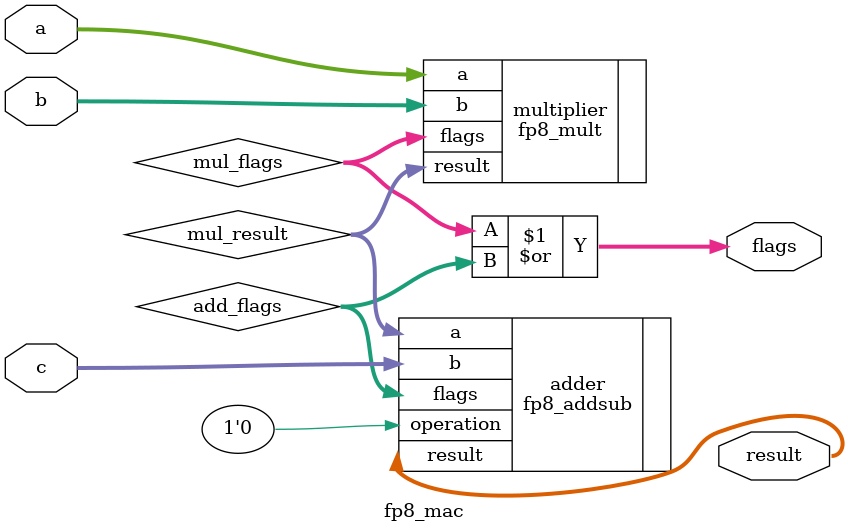
<source format=sv>
module fp8_mac (
    input  logic [7:0] a,
    input  logic [7:0] b,
    input  logic [7:0] c,
    output logic [7:0] result,
    output logic [4:0] flags
);

    // Internal wires for the datapath
    logic [7:0] mul_result;
    logic [4:0] mul_flags;
    logic [4:0] add_flags;

    // Instantiate the FP8 Multiplier
    fp8_mult multiplier (
        .a(a),
        .b(b),
        .result(mul_result),
        .flags(mul_flags)
    );

    // Instantiate the FP8 Adder
    fp8_addsub adder (
        .a(mul_result),
        .b(c),
        .operation(1'b0), // Always addition
        .result(result),
        .flags(add_flags)
    );

    // Combine exception flags from both units
    assign flags = mul_flags | add_flags;

endmodule

</source>
